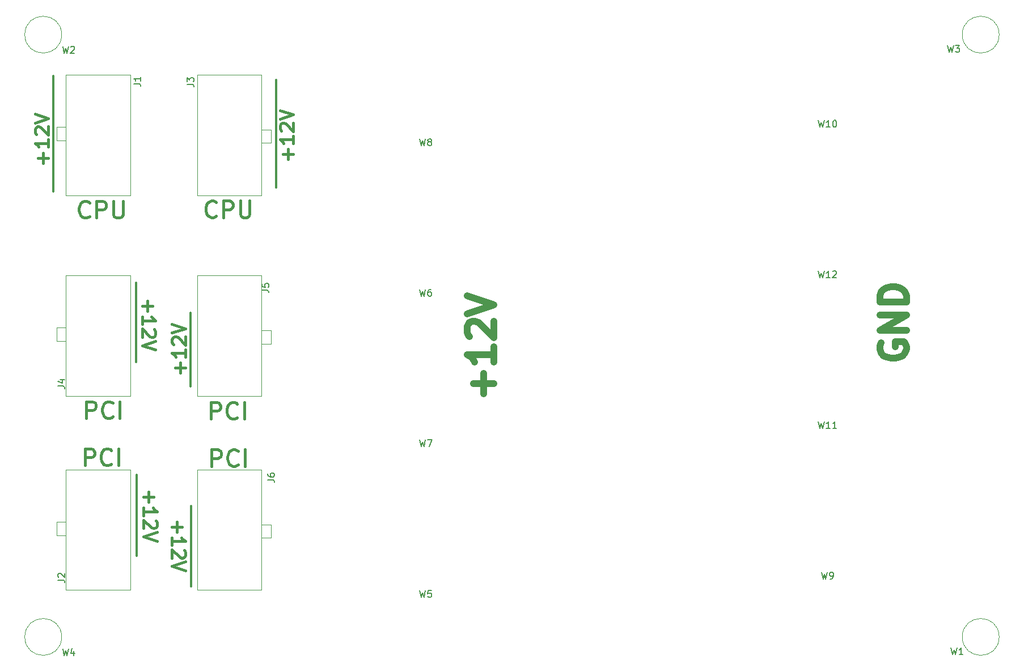
<source format=gbr>
G04 #@! TF.GenerationSoftware,KiCad,Pcbnew,(5.0.1)-3*
G04 #@! TF.CreationDate,2019-04-03T23:09:03+02:00*
G04 #@! TF.ProjectId,discovery,646973636F766572792E6B696361645F,rev?*
G04 #@! TF.SameCoordinates,PX4c4640PY8a48028*
G04 #@! TF.FileFunction,Legend,Top*
G04 #@! TF.FilePolarity,Positive*
%FSLAX46Y46*%
G04 Gerber Fmt 4.6, Leading zero omitted, Abs format (unit mm)*
G04 Created by KiCad (PCBNEW (5.0.1)-3) date 03/04/2019 23:09:03*
%MOMM*%
%LPD*%
G01*
G04 APERTURE LIST*
%ADD10C,0.400000*%
%ADD11C,0.300000*%
%ADD12C,1.000000*%
%ADD13C,0.120000*%
%ADD14C,0.100000*%
%ADD15C,0.150000*%
G04 APERTURE END LIST*
D10*
X19989222Y17234730D02*
X19989222Y15710920D01*
X19227318Y16472825D02*
X20751127Y16472825D01*
X19227318Y13710920D02*
X19227318Y14853778D01*
X19227318Y14282349D02*
X21227318Y14282349D01*
X20941603Y14472825D01*
X20751127Y14663301D01*
X20655889Y14853778D01*
X21036841Y12949016D02*
X21132080Y12853778D01*
X21227318Y12663301D01*
X21227318Y12187111D01*
X21132080Y11996635D01*
X21036841Y11901397D01*
X20846365Y11806159D01*
X20655889Y11806159D01*
X20370175Y11901397D01*
X19227318Y13044254D01*
X19227318Y11806159D01*
X21227318Y11234730D02*
X19227318Y10568063D01*
X21227318Y9901397D01*
X15762662Y21679730D02*
X15762662Y20155920D01*
X15000758Y20917825D02*
X16524567Y20917825D01*
X15000758Y18155920D02*
X15000758Y19298778D01*
X15000758Y18727349D02*
X17000758Y18727349D01*
X16715043Y18917825D01*
X16524567Y19108301D01*
X16429329Y19298778D01*
X16810281Y17394016D02*
X16905520Y17298778D01*
X17000758Y17108301D01*
X17000758Y16632111D01*
X16905520Y16441635D01*
X16810281Y16346397D01*
X16619805Y16251159D01*
X16429329Y16251159D01*
X16143615Y16346397D01*
X15000758Y17489254D01*
X15000758Y16251159D01*
X17000758Y15679730D02*
X15000758Y15013063D01*
X17000758Y14346397D01*
X20483137Y39437751D02*
X20483137Y40961560D01*
X21245041Y40199656D02*
X19721232Y40199656D01*
X21245041Y42961560D02*
X21245041Y41818703D01*
X21245041Y42390132D02*
X19245041Y42390132D01*
X19530756Y42199656D01*
X19721232Y42009180D01*
X19816470Y41818703D01*
X19435518Y43723465D02*
X19340280Y43818703D01*
X19245041Y44009180D01*
X19245041Y44485370D01*
X19340280Y44675846D01*
X19435518Y44771084D01*
X19625994Y44866322D01*
X19816470Y44866322D01*
X20102184Y44771084D01*
X21245041Y43628227D01*
X21245041Y44866322D01*
X19245041Y45437751D02*
X21245041Y46104418D01*
X19245041Y46771084D01*
X15528982Y50224250D02*
X15528982Y48700440D01*
X14767078Y49462345D02*
X16290887Y49462345D01*
X14767078Y46700440D02*
X14767078Y47843298D01*
X14767078Y47271869D02*
X16767078Y47271869D01*
X16481363Y47462345D01*
X16290887Y47652821D01*
X16195649Y47843298D01*
X16576601Y45938536D02*
X16671840Y45843298D01*
X16767078Y45652821D01*
X16767078Y45176631D01*
X16671840Y44986155D01*
X16576601Y44890917D01*
X16386125Y44795679D01*
X16195649Y44795679D01*
X15909935Y44890917D01*
X14767078Y46033774D01*
X14767078Y44795679D01*
X16767078Y44224250D02*
X14767078Y43557583D01*
X16767078Y42890917D01*
X36591817Y71365551D02*
X36591817Y72889360D01*
X37353721Y72127456D02*
X35829912Y72127456D01*
X37353721Y74889360D02*
X37353721Y73746503D01*
X37353721Y74317932D02*
X35353721Y74317932D01*
X35639436Y74127456D01*
X35829912Y73936980D01*
X35925150Y73746503D01*
X35544198Y75651265D02*
X35448960Y75746503D01*
X35353721Y75936980D01*
X35353721Y76413170D01*
X35448960Y76603646D01*
X35544198Y76698884D01*
X35734674Y76794122D01*
X35925150Y76794122D01*
X36210864Y76698884D01*
X37353721Y75556027D01*
X37353721Y76794122D01*
X35353721Y77365551D02*
X37353721Y78032218D01*
X35353721Y78698884D01*
X-4503Y70827071D02*
X-4503Y72350880D01*
X757401Y71588976D02*
X-766408Y71588976D01*
X757401Y74350880D02*
X757401Y73208023D01*
X757401Y73779452D02*
X-1242599Y73779452D01*
X-956884Y73588976D01*
X-766408Y73398500D01*
X-671170Y73208023D01*
X-1052122Y75112785D02*
X-1147360Y75208023D01*
X-1242599Y75398500D01*
X-1242599Y75874690D01*
X-1147360Y76065166D01*
X-1052122Y76160404D01*
X-861646Y76255642D01*
X-671170Y76255642D01*
X-385456Y76160404D01*
X757401Y75017547D01*
X757401Y76255642D01*
X-1242599Y76827071D02*
X757401Y77493738D01*
X-1242599Y78160404D01*
D11*
X34758960Y83205320D02*
X34758960Y67147440D01*
X1487440Y83830160D02*
X1487440Y66522600D01*
X22001280Y48432720D02*
X22001280Y37465000D01*
X13899880Y41076880D02*
X13899880Y52953920D01*
X13995400Y12100560D02*
X13995400Y24206200D01*
X22060840Y7543800D02*
X22060840Y19552920D01*
D12*
X125101280Y43940821D02*
X124910803Y43559869D01*
X124910803Y42988440D01*
X125101280Y42417012D01*
X125482232Y42036060D01*
X125863184Y41845583D01*
X126625089Y41655107D01*
X127196518Y41655107D01*
X127958422Y41845583D01*
X128339375Y42036060D01*
X128720327Y42417012D01*
X128910803Y42988440D01*
X128910803Y43369393D01*
X128720327Y43940821D01*
X128529851Y44131298D01*
X127196518Y44131298D01*
X127196518Y43369393D01*
X128910803Y45845583D02*
X124910803Y45845583D01*
X128910803Y48131298D01*
X124910803Y48131298D01*
X128910803Y50036060D02*
X124910803Y50036060D01*
X124910803Y50988440D01*
X125101280Y51559869D01*
X125482232Y51940821D01*
X125863184Y52131298D01*
X126625089Y52321774D01*
X127196518Y52321774D01*
X127958422Y52131298D01*
X128339375Y51940821D01*
X128720327Y51559869D01*
X128910803Y50988440D01*
X128910803Y50036060D01*
X65786994Y36300821D02*
X65786994Y39348440D01*
X67310803Y37824631D02*
X64263184Y37824631D01*
X67310803Y43348440D02*
X67310803Y41062726D01*
X67310803Y42205583D02*
X63310803Y42205583D01*
X63882232Y41824631D01*
X64263184Y41443679D01*
X64453660Y41062726D01*
X63691756Y44872250D02*
X63501280Y45062726D01*
X63310803Y45443679D01*
X63310803Y46396060D01*
X63501280Y46777012D01*
X63691756Y46967488D01*
X64072708Y47157964D01*
X64453660Y47157964D01*
X65025089Y46967488D01*
X67310803Y44681774D01*
X67310803Y47157964D01*
X63310803Y48300821D02*
X67310803Y49634155D01*
X63310803Y50967488D01*
D10*
X25141459Y25511108D02*
X25141459Y28011108D01*
X26093840Y28011108D01*
X26331936Y27892060D01*
X26450983Y27773013D01*
X26570031Y27534918D01*
X26570031Y27177775D01*
X26450983Y26939680D01*
X26331936Y26820632D01*
X26093840Y26701584D01*
X25141459Y26701584D01*
X29070031Y25749203D02*
X28950983Y25630156D01*
X28593840Y25511108D01*
X28355745Y25511108D01*
X27998602Y25630156D01*
X27760507Y25868251D01*
X27641459Y26106346D01*
X27522412Y26582537D01*
X27522412Y26939680D01*
X27641459Y27415870D01*
X27760507Y27653965D01*
X27998602Y27892060D01*
X28355745Y28011108D01*
X28593840Y28011108D01*
X28950983Y27892060D01*
X29070031Y27773013D01*
X30141460Y25511108D02*
X30141460Y28011108D01*
X6221000Y25617788D02*
X6221000Y28117788D01*
X7173380Y28117788D01*
X7411476Y27998740D01*
X7530523Y27879693D01*
X7649571Y27641598D01*
X7649571Y27284455D01*
X7530523Y27046360D01*
X7411476Y26927312D01*
X7173380Y26808264D01*
X6221000Y26808264D01*
X10149571Y25855883D02*
X10030523Y25736836D01*
X9673380Y25617788D01*
X9435285Y25617788D01*
X9078142Y25736836D01*
X8840047Y25974931D01*
X8721000Y26213026D01*
X8601952Y26689217D01*
X8601952Y27046360D01*
X8721000Y27522550D01*
X8840047Y27760645D01*
X9078142Y27998740D01*
X9435285Y28117788D01*
X9673380Y28117788D01*
X10030523Y27998740D01*
X10149571Y27879693D01*
X11221000Y25617788D02*
X11221000Y28117788D01*
X25034779Y32567228D02*
X25034779Y35067228D01*
X25987160Y35067228D01*
X26225256Y34948180D01*
X26344303Y34829133D01*
X26463351Y34591038D01*
X26463351Y34233895D01*
X26344303Y33995800D01*
X26225256Y33876752D01*
X25987160Y33757704D01*
X25034779Y33757704D01*
X28963351Y32805323D02*
X28844303Y32686276D01*
X28487160Y32567228D01*
X28249065Y32567228D01*
X27891922Y32686276D01*
X27653827Y32924371D01*
X27534779Y33162466D01*
X27415732Y33638657D01*
X27415732Y33995800D01*
X27534779Y34471990D01*
X27653827Y34710085D01*
X27891922Y34948180D01*
X28249065Y35067228D01*
X28487160Y35067228D01*
X28844303Y34948180D01*
X28963351Y34829133D01*
X30034780Y32567228D02*
X30034780Y35067228D01*
X6434360Y32673908D02*
X6434360Y35173908D01*
X7386740Y35173908D01*
X7624836Y35054860D01*
X7743883Y34935813D01*
X7862931Y34697718D01*
X7862931Y34340575D01*
X7743883Y34102480D01*
X7624836Y33983432D01*
X7386740Y33864384D01*
X6434360Y33864384D01*
X10362931Y32912003D02*
X10243883Y32792956D01*
X9886740Y32673908D01*
X9648645Y32673908D01*
X9291502Y32792956D01*
X9053407Y33031051D01*
X8934360Y33269146D01*
X8815312Y33745337D01*
X8815312Y34102480D01*
X8934360Y34578670D01*
X9053407Y34816765D01*
X9291502Y35054860D01*
X9648645Y35173908D01*
X9886740Y35173908D01*
X10243883Y35054860D01*
X10362931Y34935813D01*
X11434360Y32673908D02*
X11434360Y35173908D01*
X25837965Y62914483D02*
X25718918Y62795436D01*
X25361775Y62676388D01*
X25123680Y62676388D01*
X24766537Y62795436D01*
X24528441Y63033531D01*
X24409394Y63271626D01*
X24290346Y63747817D01*
X24290346Y64104960D01*
X24409394Y64581150D01*
X24528441Y64819245D01*
X24766537Y65057340D01*
X25123680Y65176388D01*
X25361775Y65176388D01*
X25718918Y65057340D01*
X25837965Y64938293D01*
X26909394Y62676388D02*
X26909394Y65176388D01*
X27861775Y65176388D01*
X28099870Y65057340D01*
X28218918Y64938293D01*
X28337965Y64700198D01*
X28337965Y64343055D01*
X28218918Y64104960D01*
X28099870Y63985912D01*
X27861775Y63866864D01*
X26909394Y63866864D01*
X29409394Y65176388D02*
X29409394Y63152579D01*
X29528441Y62914483D01*
X29647489Y62795436D01*
X29885584Y62676388D01*
X30361775Y62676388D01*
X30599870Y62795436D01*
X30718918Y62914483D01*
X30837965Y63152579D01*
X30837965Y65176388D01*
X6889565Y62868763D02*
X6770518Y62749716D01*
X6413375Y62630668D01*
X6175280Y62630668D01*
X5818137Y62749716D01*
X5580041Y62987811D01*
X5460994Y63225906D01*
X5341946Y63702097D01*
X5341946Y64059240D01*
X5460994Y64535430D01*
X5580041Y64773525D01*
X5818137Y65011620D01*
X6175280Y65130668D01*
X6413375Y65130668D01*
X6770518Y65011620D01*
X6889565Y64892573D01*
X7960994Y62630668D02*
X7960994Y65130668D01*
X8913375Y65130668D01*
X9151470Y65011620D01*
X9270518Y64892573D01*
X9389565Y64654478D01*
X9389565Y64297335D01*
X9270518Y64059240D01*
X9151470Y63940192D01*
X8913375Y63821144D01*
X7960994Y63821144D01*
X10460994Y65130668D02*
X10460994Y63106859D01*
X10580041Y62868763D01*
X10699089Y62749716D01*
X10937184Y62630668D01*
X11413375Y62630668D01*
X11651470Y62749716D01*
X11770518Y62868763D01*
X11889565Y63106859D01*
X11889565Y65130668D01*
D13*
G04 #@! TO.C,W1*
X142751280Y-1560D02*
G75*
G03X142751280Y-1560I-2750000J0D01*
G01*
G04 #@! TO.C,W2*
X2751280Y89998440D02*
G75*
G03X2751280Y89998440I-2750000J0D01*
G01*
G04 #@! TO.C,W3*
X142751280Y89998440D02*
G75*
G03X142751280Y89998440I-2750000J0D01*
G01*
G04 #@! TO.C,W4*
X2751280Y-1560D02*
G75*
G03X2751280Y-1560I-2750000J0D01*
G01*
D14*
G04 #@! TO.C,J1*
X13001280Y65998440D02*
X3401280Y65998440D01*
X13001280Y65998440D02*
X13001280Y83998440D01*
X13001280Y83998440D02*
X3401280Y83998440D01*
X3401280Y65998440D02*
X3401280Y83998440D01*
X2001280Y74198440D02*
X3401280Y74198440D01*
X2001280Y74198440D02*
X2001280Y76198440D01*
X2001280Y76198440D02*
X3401280Y76198440D01*
G04 #@! TO.C,J2*
X13001280Y6998440D02*
X3401280Y6998440D01*
X13001280Y6998440D02*
X13001280Y24998440D01*
X13001280Y24998440D02*
X3401280Y24998440D01*
X3401280Y6998440D02*
X3401280Y24998440D01*
X2001280Y15198440D02*
X3401280Y15198440D01*
X2001280Y15198440D02*
X2001280Y17198440D01*
X2001280Y17198440D02*
X3401280Y17198440D01*
G04 #@! TO.C,J3*
X34001280Y73798440D02*
X32601280Y73798440D01*
X34001280Y75798440D02*
X34001280Y73798440D01*
X34001280Y75798440D02*
X32601280Y75798440D01*
X32601280Y83998440D02*
X32601280Y65998440D01*
X23001280Y65998440D02*
X32601280Y65998440D01*
X23001280Y83998440D02*
X23001280Y65998440D01*
X23001280Y83998440D02*
X32601280Y83998440D01*
G04 #@! TO.C,J4*
X2001280Y46198440D02*
X3401280Y46198440D01*
X2001280Y44198440D02*
X2001280Y46198440D01*
X2001280Y44198440D02*
X3401280Y44198440D01*
X3401280Y35998440D02*
X3401280Y53998440D01*
X13001280Y53998440D02*
X3401280Y53998440D01*
X13001280Y35998440D02*
X13001280Y53998440D01*
X13001280Y35998440D02*
X3401280Y35998440D01*
G04 #@! TO.C,J5*
X23001280Y53998440D02*
X32601280Y53998440D01*
X23001280Y53998440D02*
X23001280Y35998440D01*
X23001280Y35998440D02*
X32601280Y35998440D01*
X32601280Y53998440D02*
X32601280Y35998440D01*
X34001280Y45798440D02*
X32601280Y45798440D01*
X34001280Y45798440D02*
X34001280Y43798440D01*
X34001280Y43798440D02*
X32601280Y43798440D01*
G04 #@! TO.C,J6*
X34001280Y14798440D02*
X32601280Y14798440D01*
X34001280Y16798440D02*
X34001280Y14798440D01*
X34001280Y16798440D02*
X32601280Y16798440D01*
X32601280Y24998440D02*
X32601280Y6998440D01*
X23001280Y6998440D02*
X32601280Y6998440D01*
X23001280Y24998440D02*
X23001280Y6998440D01*
X23001280Y24998440D02*
X32601280Y24998440D01*
G04 #@! TO.C,W1*
D15*
X135577058Y-1624080D02*
X135815153Y-2624080D01*
X136005629Y-1909795D01*
X136196105Y-2624080D01*
X136434200Y-1624080D01*
X137338962Y-2624080D02*
X136767534Y-2624080D01*
X137053248Y-2624080D02*
X137053248Y-1624080D01*
X136958010Y-1766938D01*
X136862772Y-1862176D01*
X136767534Y-1909795D01*
G04 #@! TO.C,W2*
X2915298Y88253820D02*
X3153393Y87253820D01*
X3343869Y87968105D01*
X3534345Y87253820D01*
X3772440Y88253820D01*
X4105774Y88158581D02*
X4153393Y88206200D01*
X4248631Y88253820D01*
X4486726Y88253820D01*
X4581964Y88206200D01*
X4629583Y88158581D01*
X4677202Y88063343D01*
X4677202Y87968105D01*
X4629583Y87825248D01*
X4058155Y87253820D01*
X4677202Y87253820D01*
G04 #@! TO.C,W3*
X135066518Y88396060D02*
X135304613Y87396060D01*
X135495089Y88110345D01*
X135685565Y87396060D01*
X135923660Y88396060D01*
X136209375Y88396060D02*
X136828422Y88396060D01*
X136495089Y88015107D01*
X136637946Y88015107D01*
X136733184Y87967488D01*
X136780803Y87919869D01*
X136828422Y87824631D01*
X136828422Y87586536D01*
X136780803Y87491298D01*
X136733184Y87443679D01*
X136637946Y87396060D01*
X136352232Y87396060D01*
X136256994Y87443679D01*
X136209375Y87491298D01*
G04 #@! TO.C,W4*
X2915298Y-1776480D02*
X3153393Y-2776480D01*
X3343869Y-2062195D01*
X3534345Y-2776480D01*
X3772440Y-1776480D01*
X4581964Y-2109814D02*
X4581964Y-2776480D01*
X4343869Y-1728861D02*
X4105774Y-2443147D01*
X4724821Y-2443147D01*
G04 #@! TO.C,W5*
X56232658Y6931260D02*
X56470753Y5931260D01*
X56661229Y6645545D01*
X56851705Y5931260D01*
X57089800Y6931260D01*
X57946943Y6931260D02*
X57470753Y6931260D01*
X57423134Y6455069D01*
X57470753Y6502688D01*
X57565991Y6550307D01*
X57804086Y6550307D01*
X57899324Y6502688D01*
X57946943Y6455069D01*
X57994562Y6359831D01*
X57994562Y6121736D01*
X57946943Y6026498D01*
X57899324Y5978879D01*
X57804086Y5931260D01*
X57565991Y5931260D01*
X57470753Y5978879D01*
X57423134Y6026498D01*
G04 #@! TO.C,W6*
X56232658Y51931260D02*
X56470753Y50931260D01*
X56661229Y51645545D01*
X56851705Y50931260D01*
X57089800Y51931260D01*
X57899324Y51931260D02*
X57708848Y51931260D01*
X57613610Y51883640D01*
X57565991Y51836021D01*
X57470753Y51693164D01*
X57423134Y51502688D01*
X57423134Y51121736D01*
X57470753Y51026498D01*
X57518372Y50978879D01*
X57613610Y50931260D01*
X57804086Y50931260D01*
X57899324Y50978879D01*
X57946943Y51026498D01*
X57994562Y51121736D01*
X57994562Y51359831D01*
X57946943Y51455069D01*
X57899324Y51502688D01*
X57804086Y51550307D01*
X57613610Y51550307D01*
X57518372Y51502688D01*
X57470753Y51455069D01*
X57423134Y51359831D01*
G04 #@! TO.C,W7*
X56232658Y29431260D02*
X56470753Y28431260D01*
X56661229Y29145545D01*
X56851705Y28431260D01*
X57089800Y29431260D01*
X57375515Y29431260D02*
X58042181Y29431260D01*
X57613610Y28431260D01*
G04 #@! TO.C,W8*
X56232658Y74431260D02*
X56470753Y73431260D01*
X56661229Y74145545D01*
X56851705Y73431260D01*
X57089800Y74431260D01*
X57613610Y74002688D02*
X57518372Y74050307D01*
X57470753Y74097926D01*
X57423134Y74193164D01*
X57423134Y74240783D01*
X57470753Y74336021D01*
X57518372Y74383640D01*
X57613610Y74431260D01*
X57804086Y74431260D01*
X57899324Y74383640D01*
X57946943Y74336021D01*
X57994562Y74240783D01*
X57994562Y74193164D01*
X57946943Y74097926D01*
X57899324Y74050307D01*
X57804086Y74002688D01*
X57613610Y74002688D01*
X57518372Y73955069D01*
X57470753Y73907450D01*
X57423134Y73812212D01*
X57423134Y73621736D01*
X57470753Y73526498D01*
X57518372Y73478879D01*
X57613610Y73431260D01*
X57804086Y73431260D01*
X57899324Y73478879D01*
X57946943Y73526498D01*
X57994562Y73621736D01*
X57994562Y73812212D01*
X57946943Y73907450D01*
X57899324Y73955069D01*
X57804086Y74002688D01*
G04 #@! TO.C,W9*
X116232658Y9681260D02*
X116470753Y8681260D01*
X116661229Y9395545D01*
X116851705Y8681260D01*
X117089800Y9681260D01*
X117518372Y8681260D02*
X117708848Y8681260D01*
X117804086Y8728879D01*
X117851705Y8776498D01*
X117946943Y8919355D01*
X117994562Y9109831D01*
X117994562Y9490783D01*
X117946943Y9586021D01*
X117899324Y9633640D01*
X117804086Y9681260D01*
X117613610Y9681260D01*
X117518372Y9633640D01*
X117470753Y9586021D01*
X117423134Y9490783D01*
X117423134Y9252688D01*
X117470753Y9157450D01*
X117518372Y9109831D01*
X117613610Y9062212D01*
X117804086Y9062212D01*
X117899324Y9109831D01*
X117946943Y9157450D01*
X117994562Y9252688D01*
G04 #@! TO.C,W10*
X115756467Y77181260D02*
X115994562Y76181260D01*
X116185039Y76895545D01*
X116375515Y76181260D01*
X116613610Y77181260D01*
X117518372Y76181260D02*
X116946943Y76181260D01*
X117232658Y76181260D02*
X117232658Y77181260D01*
X117137420Y77038402D01*
X117042181Y76943164D01*
X116946943Y76895545D01*
X118137420Y77181260D02*
X118232658Y77181260D01*
X118327896Y77133640D01*
X118375515Y77086021D01*
X118423134Y76990783D01*
X118470753Y76800307D01*
X118470753Y76562212D01*
X118423134Y76371736D01*
X118375515Y76276498D01*
X118327896Y76228879D01*
X118232658Y76181260D01*
X118137420Y76181260D01*
X118042181Y76228879D01*
X117994562Y76276498D01*
X117946943Y76371736D01*
X117899324Y76562212D01*
X117899324Y76800307D01*
X117946943Y76990783D01*
X117994562Y77086021D01*
X118042181Y77133640D01*
X118137420Y77181260D01*
G04 #@! TO.C,W11*
X115756467Y32181260D02*
X115994562Y31181260D01*
X116185039Y31895545D01*
X116375515Y31181260D01*
X116613610Y32181260D01*
X117518372Y31181260D02*
X116946943Y31181260D01*
X117232658Y31181260D02*
X117232658Y32181260D01*
X117137420Y32038402D01*
X117042181Y31943164D01*
X116946943Y31895545D01*
X118470753Y31181260D02*
X117899324Y31181260D01*
X118185039Y31181260D02*
X118185039Y32181260D01*
X118089800Y32038402D01*
X117994562Y31943164D01*
X117899324Y31895545D01*
G04 #@! TO.C,W12*
X115756467Y54681260D02*
X115994562Y53681260D01*
X116185039Y54395545D01*
X116375515Y53681260D01*
X116613610Y54681260D01*
X117518372Y53681260D02*
X116946943Y53681260D01*
X117232658Y53681260D02*
X117232658Y54681260D01*
X117137420Y54538402D01*
X117042181Y54443164D01*
X116946943Y54395545D01*
X117899324Y54586021D02*
X117946943Y54633640D01*
X118042181Y54681260D01*
X118280277Y54681260D01*
X118375515Y54633640D01*
X118423134Y54586021D01*
X118470753Y54490783D01*
X118470753Y54395545D01*
X118423134Y54252688D01*
X117851705Y53681260D01*
X118470753Y53681260D01*
G04 #@! TO.C,J1*
X13530620Y82667867D02*
X14244906Y82667867D01*
X14387763Y82620248D01*
X14483001Y82525010D01*
X14530620Y82382153D01*
X14530620Y82286915D01*
X14530620Y83667867D02*
X14530620Y83096439D01*
X14530620Y83382153D02*
X13530620Y83382153D01*
X13673478Y83286915D01*
X13768716Y83191677D01*
X13816335Y83096439D01*
G04 #@! TO.C,J2*
X2212380Y8506607D02*
X2926666Y8506607D01*
X3069523Y8458988D01*
X3164761Y8363750D01*
X3212380Y8220893D01*
X3212380Y8125655D01*
X2307619Y8935179D02*
X2260000Y8982798D01*
X2212380Y9078036D01*
X2212380Y9316131D01*
X2260000Y9411369D01*
X2307619Y9458988D01*
X2402857Y9506607D01*
X2498095Y9506607D01*
X2640952Y9458988D01*
X3212380Y8887560D01*
X3212380Y9506607D01*
G04 #@! TO.C,J3*
X21483380Y82572907D02*
X22197666Y82572907D01*
X22340523Y82525288D01*
X22435761Y82430050D01*
X22483380Y82287193D01*
X22483380Y82191955D01*
X21483380Y82953860D02*
X21483380Y83572907D01*
X21864333Y83239574D01*
X21864333Y83382431D01*
X21911952Y83477669D01*
X21959571Y83525288D01*
X22054809Y83572907D01*
X22292904Y83572907D01*
X22388142Y83525288D01*
X22435761Y83477669D01*
X22483380Y83382431D01*
X22483380Y83096717D01*
X22435761Y83001479D01*
X22388142Y82953860D01*
G04 #@! TO.C,J4*
X2212380Y37506607D02*
X2926666Y37506607D01*
X3069523Y37458988D01*
X3164761Y37363750D01*
X3212380Y37220893D01*
X3212380Y37125655D01*
X2545714Y38411369D02*
X3212380Y38411369D01*
X2164761Y38173274D02*
X2879047Y37935179D01*
X2879047Y38554226D01*
G04 #@! TO.C,J5*
X32694940Y51823607D02*
X33409226Y51823607D01*
X33552083Y51775988D01*
X33647321Y51680750D01*
X33694940Y51537893D01*
X33694940Y51442655D01*
X32694940Y52775988D02*
X32694940Y52299798D01*
X33171131Y52252179D01*
X33123512Y52299798D01*
X33075893Y52395036D01*
X33075893Y52633131D01*
X33123512Y52728369D01*
X33171131Y52775988D01*
X33266369Y52823607D01*
X33504464Y52823607D01*
X33599702Y52775988D01*
X33647321Y52728369D01*
X33694940Y52633131D01*
X33694940Y52395036D01*
X33647321Y52299798D01*
X33599702Y52252179D01*
G04 #@! TO.C,J6*
X33518860Y23486787D02*
X34233146Y23486787D01*
X34376003Y23439168D01*
X34471241Y23343930D01*
X34518860Y23201073D01*
X34518860Y23105835D01*
X33518860Y24391549D02*
X33518860Y24201073D01*
X33566480Y24105835D01*
X33614099Y24058216D01*
X33756956Y23962978D01*
X33947432Y23915359D01*
X34328384Y23915359D01*
X34423622Y23962978D01*
X34471241Y24010597D01*
X34518860Y24105835D01*
X34518860Y24296311D01*
X34471241Y24391549D01*
X34423622Y24439168D01*
X34328384Y24486787D01*
X34090289Y24486787D01*
X33995051Y24439168D01*
X33947432Y24391549D01*
X33899813Y24296311D01*
X33899813Y24105835D01*
X33947432Y24010597D01*
X33995051Y23962978D01*
X34090289Y23915359D01*
G04 #@! TD*
M02*

</source>
